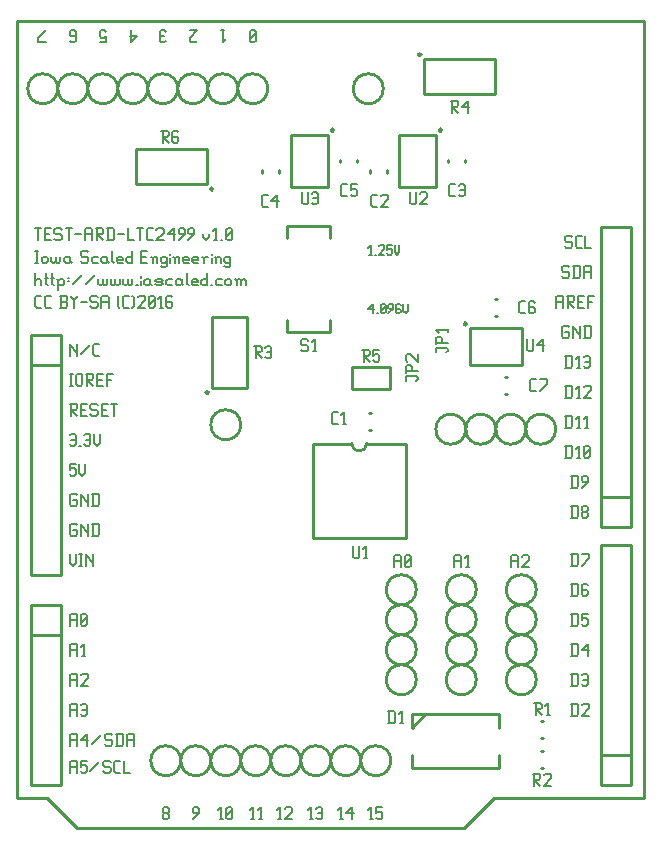
<source format=gbr>
G04 start of page 9 for group -4079 idx -4079 *
G04 Title: (unknown), topsilk *
G04 Creator: pcb 20140316 *
G04 CreationDate: Mon 26 Dec 2016 03:50:00 AM GMT UTC *
G04 For: railfan *
G04 Format: Gerber/RS-274X *
G04 PCB-Dimensions (mil): 2100.00 2700.00 *
G04 PCB-Coordinate-Origin: lower left *
%MOIN*%
%FSLAX25Y25*%
%LNTOPSILK*%
%ADD71C,0.0080*%
%ADD70C,0.0100*%
G54D70*X500Y269500D02*X209500D01*
Y10500D01*
X159500D02*X149500Y500D01*
X209500Y10500D02*X159500D01*
X149500Y500D02*X20500D01*
X500Y10500D02*X10500D01*
X20500Y500D02*X10500Y10500D01*
X500D02*Y269500D01*
G54D71*X185500Y52000D02*Y48000D01*
X187000Y52000D02*X187500Y51500D01*
Y48500D01*
X187000Y48000D02*X187500Y48500D01*
X185000Y48000D02*X187000D01*
X185000Y52000D02*X187000D01*
X188700Y51500D02*X189200Y52000D01*
X190200D01*
X190700Y51500D01*
Y48500D01*
X190200Y48000D02*X190700Y48500D01*
X189200Y48000D02*X190200D01*
X188700Y48500D02*X189200Y48000D01*
Y50000D02*X190700D01*
X185500Y62000D02*Y58000D01*
X187000Y62000D02*X187500Y61500D01*
Y58500D01*
X187000Y58000D02*X187500Y58500D01*
X185000Y58000D02*X187000D01*
X185000Y62000D02*X187000D01*
X188700Y60000D02*X190700Y62000D01*
X188700Y60000D02*X191200D01*
X190700Y62000D02*Y58000D01*
X185500Y42000D02*Y38000D01*
X187000Y42000D02*X187500Y41500D01*
Y38500D01*
X187000Y38000D02*X187500Y38500D01*
X185000Y38000D02*X187000D01*
X185000Y42000D02*X187000D01*
X188700Y41500D02*X189200Y42000D01*
X190700D01*
X191200Y41500D01*
Y40500D01*
X188700Y38000D02*X191200Y40500D01*
X188700Y38000D02*X191200D01*
X185500Y108000D02*Y104000D01*
X187000Y108000D02*X187500Y107500D01*
Y104500D01*
X187000Y104000D02*X187500Y104500D01*
X185000Y104000D02*X187000D01*
X185000Y108000D02*X187000D01*
X188700Y104500D02*X189200Y104000D01*
X188700Y105500D02*Y104500D01*
Y105500D02*X189200Y106000D01*
X190200D01*
X190700Y105500D01*
Y104500D01*
X190200Y104000D02*X190700Y104500D01*
X189200Y104000D02*X190200D01*
X188700Y106500D02*X189200Y106000D01*
X188700Y107500D02*Y106500D01*
Y107500D02*X189200Y108000D01*
X190200D01*
X190700Y107500D01*
Y106500D01*
X190200Y106000D02*X190700Y106500D01*
X183500Y138000D02*Y134000D01*
X185000Y138000D02*X185500Y137500D01*
Y134500D01*
X185000Y134000D02*X185500Y134500D01*
X183000Y134000D02*X185000D01*
X183000Y138000D02*X185000D01*
X187200Y134000D02*X188200D01*
X187700Y138000D02*Y134000D01*
X186700Y137000D02*X187700Y138000D01*
X189900Y134000D02*X190900D01*
X190400Y138000D02*Y134000D01*
X189400Y137000D02*X190400Y138000D01*
X183500Y128000D02*Y124000D01*
X185000Y128000D02*X185500Y127500D01*
Y124500D01*
X185000Y124000D02*X185500Y124500D01*
X183000Y124000D02*X185000D01*
X183000Y128000D02*X185000D01*
X187200Y124000D02*X188200D01*
X187700Y128000D02*Y124000D01*
X186700Y127000D02*X187700Y128000D01*
X189400Y124500D02*X189900Y124000D01*
X189400Y127500D02*Y124500D01*
Y127500D02*X189900Y128000D01*
X190900D01*
X191400Y127500D01*
Y124500D01*
X190900Y124000D02*X191400Y124500D01*
X189900Y124000D02*X190900D01*
X189400Y125000D02*X191400Y127000D01*
X185500Y118000D02*Y114000D01*
X187000Y118000D02*X187500Y117500D01*
Y114500D01*
X187000Y114000D02*X187500Y114500D01*
X185000Y114000D02*X187000D01*
X185000Y118000D02*X187000D01*
X188700Y114000D02*X190700Y116000D01*
Y117500D02*Y116000D01*
X190200Y118000D02*X190700Y117500D01*
X189200Y118000D02*X190200D01*
X188700Y117500D02*X189200Y118000D01*
X188700Y117500D02*Y116500D01*
X189200Y116000D01*
X190700D01*
X184000Y168000D02*X184500Y167500D01*
X182500Y168000D02*X184000D01*
X182000Y167500D02*X182500Y168000D01*
X182000Y167500D02*Y164500D01*
X182500Y164000D01*
X184000D01*
X184500Y164500D01*
Y165500D02*Y164500D01*
X184000Y166000D02*X184500Y165500D01*
X183000Y166000D02*X184000D01*
X185700Y168000D02*Y164000D01*
Y168000D02*Y167500D01*
X188200Y165000D01*
Y168000D02*Y164000D01*
X189900Y168000D02*Y164000D01*
X191400Y168000D02*X191900Y167500D01*
Y164500D01*
X191400Y164000D02*X191900Y164500D01*
X189400Y164000D02*X191400D01*
X189400Y168000D02*X191400D01*
X183500Y158000D02*Y154000D01*
X185000Y158000D02*X185500Y157500D01*
Y154500D01*
X185000Y154000D02*X185500Y154500D01*
X183000Y154000D02*X185000D01*
X183000Y158000D02*X185000D01*
X187200Y154000D02*X188200D01*
X187700Y158000D02*Y154000D01*
X186700Y157000D02*X187700Y158000D01*
X189400Y157500D02*X189900Y158000D01*
X190900D01*
X191400Y157500D01*
Y154500D01*
X190900Y154000D02*X191400Y154500D01*
X189900Y154000D02*X190900D01*
X189400Y154500D02*X189900Y154000D01*
Y156000D02*X191400D01*
X183500Y148000D02*Y144000D01*
X185000Y148000D02*X185500Y147500D01*
Y144500D01*
X185000Y144000D02*X185500Y144500D01*
X183000Y144000D02*X185000D01*
X183000Y148000D02*X185000D01*
X187200Y144000D02*X188200D01*
X187700Y148000D02*Y144000D01*
X186700Y147000D02*X187700Y148000D01*
X189400Y147500D02*X189900Y148000D01*
X191400D01*
X191900Y147500D01*
Y146500D01*
X189400Y144000D02*X191900Y146500D01*
X189400Y144000D02*X191900D01*
X184000Y188000D02*X184500Y187500D01*
X182500Y188000D02*X184000D01*
X182000Y187500D02*X182500Y188000D01*
X182000Y187500D02*Y186500D01*
X182500Y186000D01*
X184000D01*
X184500Y185500D01*
Y184500D01*
X184000Y184000D02*X184500Y184500D01*
X182500Y184000D02*X184000D01*
X182000Y184500D02*X182500Y184000D01*
X186200Y188000D02*Y184000D01*
X187700Y188000D02*X188200Y187500D01*
Y184500D01*
X187700Y184000D02*X188200Y184500D01*
X185700Y184000D02*X187700D01*
X185700Y188000D02*X187700D01*
X189400Y187500D02*Y184000D01*
Y187500D02*X189900Y188000D01*
X191400D01*
X191900Y187500D01*
Y184000D01*
X189400Y186000D02*X191900D01*
X185000Y198000D02*X185500Y197500D01*
X183500Y198000D02*X185000D01*
X183000Y197500D02*X183500Y198000D01*
X183000Y197500D02*Y196500D01*
X183500Y196000D01*
X185000D01*
X185500Y195500D01*
Y194500D01*
X185000Y194000D02*X185500Y194500D01*
X183500Y194000D02*X185000D01*
X183000Y194500D02*X183500Y194000D01*
X187200D02*X188700D01*
X186700Y194500D02*X187200Y194000D01*
X186700Y197500D02*Y194500D01*
Y197500D02*X187200Y198000D01*
X188700D01*
X189900D02*Y194000D01*
X191900D01*
X180000Y177500D02*Y174000D01*
Y177500D02*X180500Y178000D01*
X182000D01*
X182500Y177500D01*
Y174000D01*
X180000Y176000D02*X182500D01*
X183700Y178000D02*X185700D01*
X186200Y177500D01*
Y176500D01*
X185700Y176000D02*X186200Y176500D01*
X184200Y176000D02*X185700D01*
X184200Y178000D02*Y174000D01*
Y176000D02*X186200Y174000D01*
X187400Y176000D02*X188900D01*
X187400Y174000D02*X189400D01*
X187400Y178000D02*Y174000D01*
Y178000D02*X189400D01*
X190600D02*Y174000D01*
Y178000D02*X192600D01*
X190600Y176000D02*X192100D01*
X117500Y173660D02*X119060Y175220D01*
X117500Y173660D02*X119450D01*
X119060Y175220D02*Y172100D01*
X120386D02*X120776D01*
X121712Y172490D02*X122102Y172100D01*
X121712Y174830D02*Y172490D01*
Y174830D02*X122102Y175220D01*
X122882D01*
X123272Y174830D01*
Y172490D01*
X122882Y172100D02*X123272Y172490D01*
X122102Y172100D02*X122882D01*
X121712Y172880D02*X123272Y174440D01*
X124208Y172100D02*X125768Y173660D01*
Y174830D02*Y173660D01*
X125378Y175220D02*X125768Y174830D01*
X124598Y175220D02*X125378D01*
X124208Y174830D02*X124598Y175220D01*
X124208Y174830D02*Y174050D01*
X124598Y173660D01*
X125768D01*
X127874Y175220D02*X128264Y174830D01*
X127094Y175220D02*X127874D01*
X126704Y174830D02*X127094Y175220D01*
X126704Y174830D02*Y172490D01*
X127094Y172100D01*
X127874Y173660D02*X128264Y173270D01*
X126704Y173660D02*X127874D01*
X127094Y172100D02*X127874D01*
X128264Y172490D01*
Y173270D02*Y172490D01*
X129200Y175220D02*Y172880D01*
X129980Y172100D01*
X130760Y172880D01*
Y175220D02*Y172880D01*
X117890Y191700D02*X118670D01*
X118280Y194820D02*Y191700D01*
X117500Y194040D02*X118280Y194820D01*
X119606Y191700D02*X119996D01*
X120932Y194430D02*X121322Y194820D01*
X122492D01*
X122882Y194430D01*
Y193650D01*
X120932Y191700D02*X122882Y193650D01*
X120932Y191700D02*X122882D01*
X123818Y194820D02*X125378D01*
X123818D02*Y193260D01*
X124208Y193650D01*
X124988D01*
X125378Y193260D01*
Y192090D01*
X124988Y191700D02*X125378Y192090D01*
X124208Y191700D02*X124988D01*
X123818Y192090D02*X124208Y191700D01*
X126314Y194820D02*Y192480D01*
X127094Y191700D01*
X127874Y192480D01*
Y194820D02*Y192480D01*
X185500Y92000D02*Y88000D01*
X187000Y92000D02*X187500Y91500D01*
Y88500D01*
X187000Y88000D02*X187500Y88500D01*
X185000Y88000D02*X187000D01*
X185000Y92000D02*X187000D01*
X188700Y88000D02*X191200Y90500D01*
Y92000D02*Y90500D01*
X188700Y92000D02*X191200D01*
X18000D02*Y89000D01*
X19000Y88000D01*
X20000Y89000D01*
Y92000D02*Y89000D01*
X21200Y92000D02*X22200D01*
X21700D02*Y88000D01*
X21200D02*X22200D01*
X23400Y92000D02*Y88000D01*
Y92000D02*Y91500D01*
X25900Y89000D01*
Y92000D02*Y88000D01*
X185500Y72000D02*Y68000D01*
X187000Y72000D02*X187500Y71500D01*
Y68500D01*
X187000Y68000D02*X187500Y68500D01*
X185000Y68000D02*X187000D01*
X185000Y72000D02*X187000D01*
X188700D02*X190700D01*
X188700D02*Y70000D01*
X189200Y70500D01*
X190200D01*
X190700Y70000D01*
Y68500D01*
X190200Y68000D02*X190700Y68500D01*
X189200Y68000D02*X190200D01*
X188700Y68500D02*X189200Y68000D01*
X18000Y71500D02*Y68000D01*
Y71500D02*X18500Y72000D01*
X20000D01*
X20500Y71500D01*
Y68000D01*
X18000Y70000D02*X20500D01*
X21700Y68500D02*X22200Y68000D01*
X21700Y71500D02*Y68500D01*
Y71500D02*X22200Y72000D01*
X23200D01*
X23700Y71500D01*
Y68500D01*
X23200Y68000D02*X23700Y68500D01*
X22200Y68000D02*X23200D01*
X21700Y69000D02*X23700Y71000D01*
X126000Y91000D02*Y87500D01*
Y91000D02*X126500Y91500D01*
X128000D01*
X128500Y91000D01*
Y87500D01*
X126000Y89500D02*X128500D01*
X129700Y88000D02*X130200Y87500D01*
X129700Y91000D02*Y88000D01*
Y91000D02*X130200Y91500D01*
X131200D01*
X131700Y91000D01*
Y88000D01*
X131200Y87500D02*X131700Y88000D01*
X130200Y87500D02*X131200D01*
X129700Y88500D02*X131700Y90500D01*
X146000Y91000D02*Y87500D01*
Y91000D02*X146500Y91500D01*
X148000D01*
X148500Y91000D01*
Y87500D01*
X146000Y89500D02*X148500D01*
X150200Y87500D02*X151200D01*
X150700Y91500D02*Y87500D01*
X149700Y90500D02*X150700Y91500D01*
X165000Y91000D02*Y87500D01*
Y91000D02*X165500Y91500D01*
X167000D01*
X167500Y91000D01*
Y87500D01*
X165000Y89500D02*X167500D01*
X168700Y91000D02*X169200Y91500D01*
X170700D01*
X171200Y91000D01*
Y90000D01*
X168700Y87500D02*X171200Y90000D01*
X168700Y87500D02*X171200D01*
X185500Y82000D02*Y78000D01*
X187000Y82000D02*X187500Y81500D01*
Y78500D01*
X187000Y78000D02*X187500Y78500D01*
X185000Y78000D02*X187000D01*
X185000Y82000D02*X187000D01*
X190200D02*X190700Y81500D01*
X189200Y82000D02*X190200D01*
X188700Y81500D02*X189200Y82000D01*
X188700Y81500D02*Y78500D01*
X189200Y78000D01*
X190200Y80000D02*X190700Y79500D01*
X188700Y80000D02*X190200D01*
X189200Y78000D02*X190200D01*
X190700Y78500D01*
Y79500D02*Y78500D01*
X18000Y22500D02*Y19000D01*
Y22500D02*X18500Y23000D01*
X20000D01*
X20500Y22500D01*
Y19000D01*
X18000Y21000D02*X20500D01*
X21700Y23000D02*X23700D01*
X21700D02*Y21000D01*
X22200Y21500D01*
X23200D01*
X23700Y21000D01*
Y19500D01*
X23200Y19000D02*X23700Y19500D01*
X22200Y19000D02*X23200D01*
X21700Y19500D02*X22200Y19000D01*
X24900Y19500D02*X27900Y22500D01*
X31100Y23000D02*X31600Y22500D01*
X29600Y23000D02*X31100D01*
X29100Y22500D02*X29600Y23000D01*
X29100Y22500D02*Y21500D01*
X29600Y21000D01*
X31100D01*
X31600Y20500D01*
Y19500D01*
X31100Y19000D02*X31600Y19500D01*
X29600Y19000D02*X31100D01*
X29100Y19500D02*X29600Y19000D01*
X33300D02*X34800D01*
X32800Y19500D02*X33300Y19000D01*
X32800Y22500D02*Y19500D01*
Y22500D02*X33300Y23000D01*
X34800D01*
X36000D02*Y19000D01*
X38000D01*
X18000Y31500D02*Y28000D01*
Y31500D02*X18500Y32000D01*
X20000D01*
X20500Y31500D01*
Y28000D01*
X18000Y30000D02*X20500D01*
X21700D02*X23700Y32000D01*
X21700Y30000D02*X24200D01*
X23700Y32000D02*Y28000D01*
X25400Y28500D02*X28400Y31500D01*
X31600Y32000D02*X32100Y31500D01*
X30100Y32000D02*X31600D01*
X29600Y31500D02*X30100Y32000D01*
X29600Y31500D02*Y30500D01*
X30100Y30000D01*
X31600D01*
X32100Y29500D01*
Y28500D01*
X31600Y28000D02*X32100Y28500D01*
X30100Y28000D02*X31600D01*
X29600Y28500D02*X30100Y28000D01*
X33800Y32000D02*Y28000D01*
X35300Y32000D02*X35800Y31500D01*
Y28500D01*
X35300Y28000D02*X35800Y28500D01*
X33300Y28000D02*X35300D01*
X33300Y32000D02*X35300D01*
X37000Y31500D02*Y28000D01*
Y31500D02*X37500Y32000D01*
X39000D01*
X39500Y31500D01*
Y28000D01*
X37000Y30000D02*X39500D01*
X18000Y41500D02*Y38000D01*
Y41500D02*X18500Y42000D01*
X20000D01*
X20500Y41500D01*
Y38000D01*
X18000Y40000D02*X20500D01*
X21700Y41500D02*X22200Y42000D01*
X23200D01*
X23700Y41500D01*
Y38500D01*
X23200Y38000D02*X23700Y38500D01*
X22200Y38000D02*X23200D01*
X21700Y38500D02*X22200Y38000D01*
Y40000D02*X23700D01*
X18000Y51500D02*Y48000D01*
Y51500D02*X18500Y52000D01*
X20000D01*
X20500Y51500D01*
Y48000D01*
X18000Y50000D02*X20500D01*
X21700Y51500D02*X22200Y52000D01*
X23700D01*
X24200Y51500D01*
Y50500D01*
X21700Y48000D02*X24200Y50500D01*
X21700Y48000D02*X24200D01*
X18000Y61500D02*Y58000D01*
Y61500D02*X18500Y62000D01*
X20000D01*
X20500Y61500D01*
Y58000D01*
X18000Y60000D02*X20500D01*
X22200Y58000D02*X23200D01*
X22700Y62000D02*Y58000D01*
X21700Y61000D02*X22700Y62000D01*
X49000Y4000D02*X49500Y3500D01*
X49000Y5000D02*Y4000D01*
Y5000D02*X49500Y5500D01*
X50500D01*
X51000Y5000D01*
Y4000D01*
X50500Y3500D02*X51000Y4000D01*
X49500Y3500D02*X50500D01*
X49000Y6000D02*X49500Y5500D01*
X49000Y7000D02*Y6000D01*
Y7000D02*X49500Y7500D01*
X50500D01*
X51000Y7000D01*
Y6000D01*
X50500Y5500D02*X51000Y6000D01*
X59000Y3500D02*X61000Y5500D01*
Y7000D02*Y5500D01*
X60500Y7500D02*X61000Y7000D01*
X59500Y7500D02*X60500D01*
X59000Y7000D02*X59500Y7500D01*
X59000Y7000D02*Y6000D01*
X59500Y5500D01*
X61000D01*
X68000Y3500D02*X69000D01*
X68500Y7500D02*Y3500D01*
X67500Y6500D02*X68500Y7500D01*
X70200Y4000D02*X70700Y3500D01*
X70200Y7000D02*Y4000D01*
Y7000D02*X70700Y7500D01*
X71700D01*
X72200Y7000D01*
Y4000D01*
X71700Y3500D02*X72200Y4000D01*
X70700Y3500D02*X71700D01*
X70200Y4500D02*X72200Y6500D01*
X78500Y3500D02*X79500D01*
X79000Y7500D02*Y3500D01*
X78000Y6500D02*X79000Y7500D01*
X81200Y3500D02*X82200D01*
X81700Y7500D02*Y3500D01*
X80700Y6500D02*X81700Y7500D01*
X87500Y3500D02*X88500D01*
X88000Y7500D02*Y3500D01*
X87000Y6500D02*X88000Y7500D01*
X89700Y7000D02*X90200Y7500D01*
X91700D01*
X92200Y7000D01*
Y6000D01*
X89700Y3500D02*X92200Y6000D01*
X89700Y3500D02*X92200D01*
X98000D02*X99000D01*
X98500Y7500D02*Y3500D01*
X97500Y6500D02*X98500Y7500D01*
X100200Y7000D02*X100700Y7500D01*
X101700D01*
X102200Y7000D01*
Y4000D01*
X101700Y3500D02*X102200Y4000D01*
X100700Y3500D02*X101700D01*
X100200Y4000D02*X100700Y3500D01*
Y5500D02*X102200D01*
X108000Y3500D02*X109000D01*
X108500Y7500D02*Y3500D01*
X107500Y6500D02*X108500Y7500D01*
X110200Y5500D02*X112200Y7500D01*
X110200Y5500D02*X112700D01*
X112200Y7500D02*Y3500D01*
X118000D02*X119000D01*
X118500Y7500D02*Y3500D01*
X117500Y6500D02*X118500Y7500D01*
X120200D02*X122200D01*
X120200D02*Y5500D01*
X120700Y6000D01*
X121700D01*
X122200Y5500D01*
Y4000D01*
X121700Y3500D02*X122200Y4000D01*
X120700Y3500D02*X121700D01*
X120200Y4000D02*X120700Y3500D01*
X18000Y122000D02*X20000D01*
X18000D02*Y120000D01*
X18500Y120500D01*
X19500D01*
X20000Y120000D01*
Y118500D01*
X19500Y118000D02*X20000Y118500D01*
X18500Y118000D02*X19500D01*
X18000Y118500D02*X18500Y118000D01*
X21200Y122000D02*Y119000D01*
X22200Y118000D01*
X23200Y119000D01*
Y122000D02*Y119000D01*
X18000Y131500D02*X18500Y132000D01*
X19500D01*
X20000Y131500D01*
Y128500D01*
X19500Y128000D02*X20000Y128500D01*
X18500Y128000D02*X19500D01*
X18000Y128500D02*X18500Y128000D01*
Y130000D02*X20000D01*
X21200Y128000D02*X21700D01*
X22900Y131500D02*X23400Y132000D01*
X24400D01*
X24900Y131500D01*
Y128500D01*
X24400Y128000D02*X24900Y128500D01*
X23400Y128000D02*X24400D01*
X22900Y128500D02*X23400Y128000D01*
Y130000D02*X24900D01*
X26100Y132000D02*Y129000D01*
X27100Y128000D01*
X28100Y129000D01*
Y132000D02*Y129000D01*
X20000Y102000D02*X20500Y101500D01*
X18500Y102000D02*X20000D01*
X18000Y101500D02*X18500Y102000D01*
X18000Y101500D02*Y98500D01*
X18500Y98000D01*
X20000D01*
X20500Y98500D01*
Y99500D02*Y98500D01*
X20000Y100000D02*X20500Y99500D01*
X19000Y100000D02*X20000D01*
X21700Y102000D02*Y98000D01*
Y102000D02*Y101500D01*
X24200Y99000D01*
Y102000D02*Y98000D01*
X25900Y102000D02*Y98000D01*
X27400Y102000D02*X27900Y101500D01*
Y98500D01*
X27400Y98000D02*X27900Y98500D01*
X25400Y98000D02*X27400D01*
X25400Y102000D02*X27400D01*
X20000Y112000D02*X20500Y111500D01*
X18500Y112000D02*X20000D01*
X18000Y111500D02*X18500Y112000D01*
X18000Y111500D02*Y108500D01*
X18500Y108000D01*
X20000D01*
X20500Y108500D01*
Y109500D02*Y108500D01*
X20000Y110000D02*X20500Y109500D01*
X19000Y110000D02*X20000D01*
X21700Y112000D02*Y108000D01*
Y112000D02*Y111500D01*
X24200Y109000D01*
Y112000D02*Y108000D01*
X25900Y112000D02*Y108000D01*
X27400Y112000D02*X27900Y111500D01*
Y108500D01*
X27400Y108000D02*X27900Y108500D01*
X25400Y108000D02*X27400D01*
X25400Y112000D02*X27400D01*
X18000Y152000D02*X19000D01*
X18500D02*Y148000D01*
X18000D02*X19000D01*
X20200Y151500D02*Y148500D01*
Y151500D02*X20700Y152000D01*
X21700D01*
X22200Y151500D01*
Y148500D01*
X21700Y148000D02*X22200Y148500D01*
X20700Y148000D02*X21700D01*
X20200Y148500D02*X20700Y148000D01*
X23400Y152000D02*X25400D01*
X25900Y151500D01*
Y150500D01*
X25400Y150000D02*X25900Y150500D01*
X23900Y150000D02*X25400D01*
X23900Y152000D02*Y148000D01*
Y150000D02*X25900Y148000D01*
X27100Y150000D02*X28600D01*
X27100Y148000D02*X29100D01*
X27100Y152000D02*Y148000D01*
Y152000D02*X29100D01*
X30300D02*Y148000D01*
Y152000D02*X32300D01*
X30300Y150000D02*X31800D01*
X18000Y142000D02*X20000D01*
X20500Y141500D01*
Y140500D01*
X20000Y140000D02*X20500Y140500D01*
X18500Y140000D02*X20000D01*
X18500Y142000D02*Y138000D01*
Y140000D02*X20500Y138000D01*
X21700Y140000D02*X23200D01*
X21700Y138000D02*X23700D01*
X21700Y142000D02*Y138000D01*
Y142000D02*X23700D01*
X26900D02*X27400Y141500D01*
X25400Y142000D02*X26900D01*
X24900Y141500D02*X25400Y142000D01*
X24900Y141500D02*Y140500D01*
X25400Y140000D01*
X26900D01*
X27400Y139500D01*
Y138500D01*
X26900Y138000D02*X27400Y138500D01*
X25400Y138000D02*X26900D01*
X24900Y138500D02*X25400Y138000D01*
X28600Y140000D02*X30100D01*
X28600Y138000D02*X30600D01*
X28600Y142000D02*Y138000D01*
Y142000D02*X30600D01*
X31800D02*X33800D01*
X32800D02*Y138000D01*
X18000Y162000D02*Y158000D01*
Y162000D02*Y161500D01*
X20500Y159000D01*
Y162000D02*Y158000D01*
X21700Y158500D02*X24700Y161500D01*
X26400Y158000D02*X27900D01*
X25900Y158500D02*X26400Y158000D01*
X25900Y161500D02*Y158500D01*
Y161500D02*X26400Y162000D01*
X27900D01*
X80000Y266000D02*X79500Y266500D01*
X80000Y266000D02*Y263000D01*
X79500Y262500D01*
X78500D02*X79500D01*
X78500D02*X78000Y263000D01*
Y266000D02*Y263000D01*
X78500Y266500D02*X78000Y266000D01*
X78500Y266500D02*X79500D01*
X80000Y265500D02*X78000Y263500D01*
X68500Y266500D02*X69500D01*
X69000D02*Y262500D01*
X70000Y263500D02*X69000Y262500D01*
X60500Y263000D02*X60000Y262500D01*
X58500D02*X60000D01*
X58500D02*X58000Y263000D01*
Y264000D02*Y263000D01*
X60500Y266500D02*X58000Y264000D01*
Y266500D02*X60500D01*
X50000Y263000D02*X49500Y262500D01*
X48500D02*X49500D01*
X48500D02*X48000Y263000D01*
Y266000D02*Y263000D01*
X48500Y266500D02*X48000Y266000D01*
X48500Y266500D02*X49500D01*
X50000Y266000D02*X49500Y266500D01*
X48000Y264500D02*X49500D01*
X40500D02*X38500Y262500D01*
X38000Y264500D02*X40500D01*
X38500Y266500D02*Y262500D01*
X28000D02*X30000D01*
Y264500D02*Y262500D01*
Y264500D02*X29500Y264000D01*
X28500D02*X29500D01*
X28500D02*X28000Y264500D01*
Y266000D02*Y264500D01*
X28500Y266500D02*X28000Y266000D01*
X28500Y266500D02*X29500D01*
X30000Y266000D02*X29500Y266500D01*
X18500Y262500D02*X18000Y263000D01*
X18500Y262500D02*X19500D01*
X20000Y263000D02*X19500Y262500D01*
X20000Y266000D02*Y263000D01*
Y266000D02*X19500Y266500D01*
X18500Y264500D02*X18000Y265000D01*
X18500Y264500D02*X20000D01*
X18500Y266500D02*X19500D01*
X18500D02*X18000Y266000D01*
Y265000D01*
X10000Y266500D02*X7500Y264000D01*
Y262500D01*
X10000D01*
X6500Y200500D02*X8500D01*
X7500D02*Y196500D01*
X9700Y198500D02*X11200D01*
X9700Y196500D02*X11700D01*
X9700Y200500D02*Y196500D01*
Y200500D02*X11700D01*
X14900D02*X15400Y200000D01*
X13400Y200500D02*X14900D01*
X12900Y200000D02*X13400Y200500D01*
X12900Y200000D02*Y199000D01*
X13400Y198500D01*
X14900D01*
X15400Y198000D01*
Y197000D01*
X14900Y196500D02*X15400Y197000D01*
X13400Y196500D02*X14900D01*
X12900Y197000D02*X13400Y196500D01*
X16600Y200500D02*X18600D01*
X17600D02*Y196500D01*
X19800Y198500D02*X21800D01*
X23000Y200000D02*Y196500D01*
Y200000D02*X23500Y200500D01*
X25000D01*
X25500Y200000D01*
Y196500D01*
X23000Y198500D02*X25500D01*
X26700Y200500D02*X28700D01*
X29200Y200000D01*
Y199000D01*
X28700Y198500D02*X29200Y199000D01*
X27200Y198500D02*X28700D01*
X27200Y200500D02*Y196500D01*
Y198500D02*X29200Y196500D01*
X30900Y200500D02*Y196500D01*
X32400Y200500D02*X32900Y200000D01*
Y197000D01*
X32400Y196500D02*X32900Y197000D01*
X30400Y196500D02*X32400D01*
X30400Y200500D02*X32400D01*
X34100Y198500D02*X36100D01*
X37300Y200500D02*Y196500D01*
X39300D01*
X40500Y200500D02*X42500D01*
X41500D02*Y196500D01*
X44200D02*X45700D01*
X43700Y197000D02*X44200Y196500D01*
X43700Y200000D02*Y197000D01*
Y200000D02*X44200Y200500D01*
X45700D01*
X46900Y200000D02*X47400Y200500D01*
X48900D01*
X49400Y200000D01*
Y199000D01*
X46900Y196500D02*X49400Y199000D01*
X46900Y196500D02*X49400D01*
X50600Y198500D02*X52600Y200500D01*
X50600Y198500D02*X53100D01*
X52600Y200500D02*Y196500D01*
X54300D02*X56300Y198500D01*
Y200000D02*Y198500D01*
X55800Y200500D02*X56300Y200000D01*
X54800Y200500D02*X55800D01*
X54300Y200000D02*X54800Y200500D01*
X54300Y200000D02*Y199000D01*
X54800Y198500D01*
X56300D01*
X57500Y196500D02*X59500Y198500D01*
Y200000D02*Y198500D01*
X59000Y200500D02*X59500Y200000D01*
X58000Y200500D02*X59000D01*
X57500Y200000D02*X58000Y200500D01*
X57500Y200000D02*Y199000D01*
X58000Y198500D01*
X59500D01*
X62500D02*Y197500D01*
X63500Y196500D01*
X64500Y197500D01*
Y198500D02*Y197500D01*
X66200Y196500D02*X67200D01*
X66700Y200500D02*Y196500D01*
X65700Y199500D02*X66700Y200500D01*
X68400Y196500D02*X68900D01*
X70100Y197000D02*X70600Y196500D01*
X70100Y200000D02*Y197000D01*
Y200000D02*X70600Y200500D01*
X71600D01*
X72100Y200000D01*
Y197000D01*
X71600Y196500D02*X72100Y197000D01*
X70600Y196500D02*X71600D01*
X70100Y197500D02*X72100Y199500D01*
X6500Y193000D02*X7500D01*
X7000D02*Y189000D01*
X6500D02*X7500D01*
X8700Y190500D02*Y189500D01*
Y190500D02*X9200Y191000D01*
X10200D01*
X10700Y190500D01*
Y189500D01*
X10200Y189000D02*X10700Y189500D01*
X9200Y189000D02*X10200D01*
X8700Y189500D02*X9200Y189000D01*
X11900Y191000D02*Y189500D01*
X12400Y189000D01*
X12900D01*
X13400Y189500D01*
Y191000D02*Y189500D01*
X13900Y189000D01*
X14400D01*
X14900Y189500D01*
Y191000D02*Y189500D01*
X17600Y191000D02*X18100Y190500D01*
X16600Y191000D02*X17600D01*
X16100Y190500D02*X16600Y191000D01*
X16100Y190500D02*Y189500D01*
X16600Y189000D01*
X18100Y191000D02*Y189500D01*
X18600Y189000D01*
X16600D02*X17600D01*
X18100Y189500D01*
X23600Y193000D02*X24100Y192500D01*
X22100Y193000D02*X23600D01*
X21600Y192500D02*X22100Y193000D01*
X21600Y192500D02*Y191500D01*
X22100Y191000D01*
X23600D01*
X24100Y190500D01*
Y189500D01*
X23600Y189000D02*X24100Y189500D01*
X22100Y189000D02*X23600D01*
X21600Y189500D02*X22100Y189000D01*
X25800Y191000D02*X27300D01*
X25300Y190500D02*X25800Y191000D01*
X25300Y190500D02*Y189500D01*
X25800Y189000D01*
X27300D01*
X30000Y191000D02*X30500Y190500D01*
X29000Y191000D02*X30000D01*
X28500Y190500D02*X29000Y191000D01*
X28500Y190500D02*Y189500D01*
X29000Y189000D01*
X30500Y191000D02*Y189500D01*
X31000Y189000D01*
X29000D02*X30000D01*
X30500Y189500D01*
X32200Y193000D02*Y189500D01*
X32700Y189000D01*
X34200D02*X35700D01*
X33700Y189500D02*X34200Y189000D01*
X33700Y190500D02*Y189500D01*
Y190500D02*X34200Y191000D01*
X35200D01*
X35700Y190500D01*
X33700Y190000D02*X35700D01*
Y190500D02*Y190000D01*
X38900Y193000D02*Y189000D01*
X38400D02*X38900Y189500D01*
X37400Y189000D02*X38400D01*
X36900Y189500D02*X37400Y189000D01*
X36900Y190500D02*Y189500D01*
Y190500D02*X37400Y191000D01*
X38400D01*
X38900Y190500D01*
X41900Y191000D02*X43400D01*
X41900Y189000D02*X43900D01*
X41900Y193000D02*Y189000D01*
Y193000D02*X43900D01*
X45600Y190500D02*Y189000D01*
Y190500D02*X46100Y191000D01*
X46600D01*
X47100Y190500D01*
Y189000D01*
X45100Y191000D02*X45600Y190500D01*
X49800Y191000D02*X50300Y190500D01*
X48800Y191000D02*X49800D01*
X48300Y190500D02*X48800Y191000D01*
X48300Y190500D02*Y189500D01*
X48800Y189000D01*
X49800D01*
X50300Y189500D01*
X48300Y188000D02*X48800Y187500D01*
X49800D01*
X50300Y188000D01*
Y191000D02*Y188000D01*
X51500Y192000D02*Y191500D01*
Y190500D02*Y189000D01*
X53000Y190500D02*Y189000D01*
Y190500D02*X53500Y191000D01*
X54000D01*
X54500Y190500D01*
Y189000D01*
X52500Y191000D02*X53000Y190500D01*
X56200Y189000D02*X57700D01*
X55700Y189500D02*X56200Y189000D01*
X55700Y190500D02*Y189500D01*
Y190500D02*X56200Y191000D01*
X57200D01*
X57700Y190500D01*
X55700Y190000D02*X57700D01*
Y190500D02*Y190000D01*
X59400Y189000D02*X60900D01*
X58900Y189500D02*X59400Y189000D01*
X58900Y190500D02*Y189500D01*
Y190500D02*X59400Y191000D01*
X60400D01*
X60900Y190500D01*
X58900Y190000D02*X60900D01*
Y190500D02*Y190000D01*
X62600Y190500D02*Y189000D01*
Y190500D02*X63100Y191000D01*
X64100D01*
X62100D02*X62600Y190500D01*
X65300Y192000D02*Y191500D01*
Y190500D02*Y189000D01*
X66800Y190500D02*Y189000D01*
Y190500D02*X67300Y191000D01*
X67800D01*
X68300Y190500D01*
Y189000D01*
X66300Y191000D02*X66800Y190500D01*
X71000Y191000D02*X71500Y190500D01*
X70000Y191000D02*X71000D01*
X69500Y190500D02*X70000Y191000D01*
X69500Y190500D02*Y189500D01*
X70000Y189000D01*
X71000D01*
X71500Y189500D01*
X69500Y188000D02*X70000Y187500D01*
X71000D01*
X71500Y188000D01*
Y191000D02*Y188000D01*
X6500Y185500D02*Y181500D01*
Y183000D02*X7000Y183500D01*
X8000D01*
X8500Y183000D01*
Y181500D01*
X10200Y185500D02*Y182000D01*
X10700Y181500D01*
X9700Y184000D02*X10700D01*
X12200Y185500D02*Y182000D01*
X12700Y181500D01*
X11700Y184000D02*X12700D01*
X14200Y183000D02*Y180000D01*
X13700Y183500D02*X14200Y183000D01*
X14700Y183500D01*
X15700D01*
X16200Y183000D01*
Y182000D01*
X15700Y181500D02*X16200Y182000D01*
X14700Y181500D02*X15700D01*
X14200Y182000D02*X14700Y181500D01*
X17400Y184000D02*X17900D01*
X17400Y183000D02*X17900D01*
X19100Y182000D02*X22100Y185000D01*
X23300Y182000D02*X26300Y185000D01*
X27500Y183500D02*Y182000D01*
X28000Y181500D01*
X28500D01*
X29000Y182000D01*
Y183500D02*Y182000D01*
X29500Y181500D01*
X30000D01*
X30500Y182000D01*
Y183500D02*Y182000D01*
X31700Y183500D02*Y182000D01*
X32200Y181500D01*
X32700D01*
X33200Y182000D01*
Y183500D02*Y182000D01*
X33700Y181500D01*
X34200D01*
X34700Y182000D01*
Y183500D02*Y182000D01*
X35900Y183500D02*Y182000D01*
X36400Y181500D01*
X36900D01*
X37400Y182000D01*
Y183500D02*Y182000D01*
X37900Y181500D01*
X38400D01*
X38900Y182000D01*
Y183500D02*Y182000D01*
X40100Y181500D02*X40600D01*
X41800Y184500D02*Y184000D01*
Y183000D02*Y181500D01*
X44300Y183500D02*X44800Y183000D01*
X43300Y183500D02*X44300D01*
X42800Y183000D02*X43300Y183500D01*
X42800Y183000D02*Y182000D01*
X43300Y181500D01*
X44800Y183500D02*Y182000D01*
X45300Y181500D01*
X43300D02*X44300D01*
X44800Y182000D01*
X47000Y181500D02*X48500D01*
X49000Y182000D01*
X48500Y182500D02*X49000Y182000D01*
X47000Y182500D02*X48500D01*
X46500Y183000D02*X47000Y182500D01*
X46500Y183000D02*X47000Y183500D01*
X48500D01*
X49000Y183000D01*
X46500Y182000D02*X47000Y181500D01*
X50700Y183500D02*X52200D01*
X50200Y183000D02*X50700Y183500D01*
X50200Y183000D02*Y182000D01*
X50700Y181500D01*
X52200D01*
X54900Y183500D02*X55400Y183000D01*
X53900Y183500D02*X54900D01*
X53400Y183000D02*X53900Y183500D01*
X53400Y183000D02*Y182000D01*
X53900Y181500D01*
X55400Y183500D02*Y182000D01*
X55900Y181500D01*
X53900D02*X54900D01*
X55400Y182000D01*
X57100Y185500D02*Y182000D01*
X57600Y181500D01*
X59100D02*X60600D01*
X58600Y182000D02*X59100Y181500D01*
X58600Y183000D02*Y182000D01*
Y183000D02*X59100Y183500D01*
X60100D01*
X60600Y183000D01*
X58600Y182500D02*X60600D01*
Y183000D02*Y182500D01*
X63800Y185500D02*Y181500D01*
X63300D02*X63800Y182000D01*
X62300Y181500D02*X63300D01*
X61800Y182000D02*X62300Y181500D01*
X61800Y183000D02*Y182000D01*
Y183000D02*X62300Y183500D01*
X63300D01*
X63800Y183000D01*
X65000Y181500D02*X65500D01*
X67200Y183500D02*X68700D01*
X66700Y183000D02*X67200Y183500D01*
X66700Y183000D02*Y182000D01*
X67200Y181500D01*
X68700D01*
X69900Y183000D02*Y182000D01*
Y183000D02*X70400Y183500D01*
X71400D01*
X71900Y183000D01*
Y182000D01*
X71400Y181500D02*X71900Y182000D01*
X70400Y181500D02*X71400D01*
X69900Y182000D02*X70400Y181500D01*
X73600Y183000D02*Y181500D01*
Y183000D02*X74100Y183500D01*
X74600D01*
X75100Y183000D01*
Y181500D01*
Y183000D02*X75600Y183500D01*
X76100D01*
X76600Y183000D01*
Y181500D01*
X73100Y183500D02*X73600Y183000D01*
X7000Y174000D02*X8500D01*
X6500Y174500D02*X7000Y174000D01*
X6500Y177500D02*Y174500D01*
Y177500D02*X7000Y178000D01*
X8500D01*
X10200Y174000D02*X11700D01*
X9700Y174500D02*X10200Y174000D01*
X9700Y177500D02*Y174500D01*
Y177500D02*X10200Y178000D01*
X11700D01*
X14700Y174000D02*X16700D01*
X17200Y174500D01*
Y175500D02*Y174500D01*
X16700Y176000D02*X17200Y175500D01*
X15200Y176000D02*X16700D01*
X15200Y178000D02*Y174000D01*
X14700Y178000D02*X16700D01*
X17200Y177500D01*
Y176500D01*
X16700Y176000D02*X17200Y176500D01*
X18400Y178000D02*Y177500D01*
X19400Y176500D01*
X20400Y177500D01*
Y178000D02*Y177500D01*
X19400Y176500D02*Y174000D01*
X21600Y176000D02*X23600D01*
X26800Y178000D02*X27300Y177500D01*
X25300Y178000D02*X26800D01*
X24800Y177500D02*X25300Y178000D01*
X24800Y177500D02*Y176500D01*
X25300Y176000D01*
X26800D01*
X27300Y175500D01*
Y174500D01*
X26800Y174000D02*X27300Y174500D01*
X25300Y174000D02*X26800D01*
X24800Y174500D02*X25300Y174000D01*
X28500Y177500D02*Y174000D01*
Y177500D02*X29000Y178000D01*
X30500D01*
X31000Y177500D01*
Y174000D01*
X28500Y176000D02*X31000D01*
X34000Y174500D02*X34500Y174000D01*
X34000Y177500D02*X34500Y178000D01*
X34000Y177500D02*Y174500D01*
X36200Y174000D02*X37700D01*
X35700Y174500D02*X36200Y174000D01*
X35700Y177500D02*Y174500D01*
Y177500D02*X36200Y178000D01*
X37700D01*
X38900D02*X39400Y177500D01*
Y174500D01*
X38900Y174000D02*X39400Y174500D01*
X40600Y177500D02*X41100Y178000D01*
X42600D01*
X43100Y177500D01*
Y176500D01*
X40600Y174000D02*X43100Y176500D01*
X40600Y174000D02*X43100D01*
X44300Y174500D02*X44800Y174000D01*
X44300Y177500D02*Y174500D01*
Y177500D02*X44800Y178000D01*
X45800D01*
X46300Y177500D01*
Y174500D01*
X45800Y174000D02*X46300Y174500D01*
X44800Y174000D02*X45800D01*
X44300Y175000D02*X46300Y177000D01*
X48000Y174000D02*X49000D01*
X48500Y178000D02*Y174000D01*
X47500Y177000D02*X48500Y178000D01*
X51700D02*X52200Y177500D01*
X50700Y178000D02*X51700D01*
X50200Y177500D02*X50700Y178000D01*
X50200Y177500D02*Y174500D01*
X50700Y174000D01*
X51700Y176000D02*X52200Y175500D01*
X50200Y176000D02*X51700D01*
X50700Y174000D02*X51700D01*
X52200Y174500D01*
Y175500D02*Y174500D01*
G54D70*X5000Y165000D02*Y85000D01*
X15000D01*
Y165000D01*
X5000D01*
Y155000D02*X15000D01*
Y165000D01*
X5000Y75000D02*Y15000D01*
X15000D01*
Y75000D01*
X5000D01*
Y65000D02*X15000D01*
Y75000D01*
X65000Y135000D02*G75*G03X65000Y135000I5000J0D01*G01*
X65374Y170857D02*Y147235D01*
Y170857D02*X77186D01*
Y147235D01*
X65374D02*X77186D01*
X63874Y145235D02*G75*G03X63874Y145235I0J500D01*G01*
X40189Y215094D02*X63811D01*
X40189Y226906D02*Y215094D01*
Y226906D02*X63811D01*
Y215094D01*
X65811Y213594D02*G75*G03X65811Y213594I-500J0D01*G01*
X205000Y95000D02*Y15000D01*
X195000Y95000D02*X205000D01*
X195000D02*Y15000D01*
X205000D01*
X195000Y25000D02*X205000D01*
X195000D02*Y15000D01*
X205000Y201000D02*Y101000D01*
X195000Y201000D02*X205000D01*
X195000D02*Y101000D01*
X205000D01*
X195000Y111000D02*X205000D01*
X195000D02*Y101000D01*
X170000Y133500D02*G75*G03X170000Y133500I5000J0D01*G01*
X175107Y26255D02*X175893D01*
X175107Y20745D02*X175893D01*
X175107Y36255D02*X175893D01*
X175107Y30745D02*X175893D01*
X163500Y70000D02*G75*G03X163500Y70000I5000J0D01*G01*
Y80000D02*G75*G03X163500Y80000I5000J0D01*G01*
X98934Y128724D02*Y97276D01*
X130066D01*
Y128724D01*
X98934D02*X112000D01*
X130066D02*X117000D01*
X112000D02*G75*G03X117000Y128724I2500J0D01*G01*
X163500Y60000D02*G75*G03X163500Y60000I5000J0D01*G01*
Y50000D02*G75*G03X163500Y50000I5000J0D01*G01*
X112201Y146759D02*X124799D01*
X112201Y154241D02*Y146759D01*
Y154241D02*X124799D01*
Y146759D01*
X117607Y138755D02*X118393D01*
X117607Y133245D02*X118393D01*
X79000Y242000D02*G75*G03X79000Y242000I0J5000D01*G01*
X69000D02*G75*G03X69000Y242000I0J5000D01*G01*
X59000D02*G75*G03X59000Y242000I0J5000D01*G01*
X49000D02*G75*G03X49000Y242000I0J5000D01*G01*
X39000D02*G75*G03X39000Y242000I0J5000D01*G01*
X29000D02*G75*G03X29000Y242000I0J5000D01*G01*
X19000D02*G75*G03X19000Y242000I0J5000D01*G01*
X9000D02*G75*G03X9000Y242000I0J5000D01*G01*
X123500Y70000D02*G75*G03X123500Y70000I5000J0D01*G01*
Y60000D02*G75*G03X123500Y60000I5000J0D01*G01*
Y50000D02*G75*G03X123500Y50000I5000J0D01*G01*
Y80000D02*G75*G03X123500Y80000I5000J0D01*G01*
X132000Y20500D02*X161000D01*
X132000Y38500D02*X161000D01*
Y34000D01*
Y20500D02*Y25000D01*
X132000Y38500D02*Y34000D01*
Y20500D02*Y25000D01*
X136500Y38500D02*X132000Y34000D01*
X143500Y70000D02*G75*G03X143500Y70000I5000J0D01*G01*
Y60000D02*G75*G03X143500Y60000I5000J0D01*G01*
Y80000D02*G75*G03X143500Y80000I5000J0D01*G01*
Y50000D02*G75*G03X143500Y50000I5000J0D01*G01*
X120000Y18000D02*G75*G03X120000Y18000I0J5000D01*G01*
X110000D02*G75*G03X110000Y18000I0J5000D01*G01*
X100000D02*G75*G03X100000Y18000I0J5000D01*G01*
X90000D02*G75*G03X90000Y18000I0J5000D01*G01*
X80000D02*G75*G03X80000Y18000I0J5000D01*G01*
X70000D02*G75*G03X70000Y18000I0J5000D01*G01*
X60000D02*G75*G03X60000Y18000I0J5000D01*G01*
X50000D02*G75*G03X50000Y18000I0J5000D01*G01*
X112500Y247000D02*G75*G03X112500Y247000I5000J0D01*G01*
X136189Y256906D02*X159811D01*
Y245094D01*
X136189D02*X159811D01*
X136189Y256906D02*Y245094D01*
X134189Y258406D02*G75*G03X134189Y258406I500J0D01*G01*
X140000Y133500D02*G75*G03X140000Y133500I5000J0D01*G01*
X150000D02*G75*G03X150000Y133500I5000J0D01*G01*
X160000D02*G75*G03X160000Y133500I5000J0D01*G01*
X159607Y171245D02*X160393D01*
X159607Y176755D02*X160393D01*
X151339Y167102D02*X168661D01*
Y154898D01*
X151339D01*
Y167102D01*
X149339Y168602D02*G75*G03X149339Y168602I500J0D01*G01*
X163107Y145245D02*X163893D01*
X163107Y150755D02*X163893D01*
X108245Y223350D02*Y222564D01*
X113755Y223350D02*Y222564D01*
X144245Y223350D02*Y222564D01*
X149755Y223350D02*Y222564D01*
X140102Y231618D02*Y214296D01*
X127898D02*X140102D01*
X127898Y231618D02*Y214296D01*
Y231618D02*X140102D01*
X141602Y233618D02*G75*G03X141602Y233618I0J-500D01*G01*
X118245Y219850D02*Y219064D01*
X123755Y219850D02*Y219064D01*
X104102Y231618D02*Y214296D01*
X91898D02*X104102D01*
X91898Y231618D02*Y214296D01*
Y231618D02*X104102D01*
X105602Y233618D02*G75*G03X105602Y233618I0J-500D01*G01*
X82245Y219850D02*Y219064D01*
X87755Y219850D02*Y219064D01*
X90400Y165800D02*X104600D01*
X90400Y169800D02*Y165800D01*
X104600Y169800D02*Y165800D01*
X90400Y201200D02*X104600D01*
X90400D02*Y197200D01*
X104600Y201200D02*Y197200D01*
G54D71*X112500Y94500D02*Y91000D01*
X113000Y90500D01*
X114000D01*
X114500Y91000D01*
Y94500D02*Y91000D01*
X116200Y90500D02*X117200D01*
X116700Y94500D02*Y90500D01*
X115700Y93500D02*X116700Y94500D01*
X172350Y18650D02*X174350D01*
X174850Y18150D01*
Y17150D01*
X174350Y16650D02*X174850Y17150D01*
X172850Y16650D02*X174350D01*
X172850Y18650D02*Y14650D01*
Y16650D02*X174850Y14650D01*
X176050Y18150D02*X176550Y18650D01*
X178050D01*
X178550Y18150D01*
Y17150D01*
X176050Y14650D02*X178550Y17150D01*
X176050Y14650D02*X178550D01*
X172850Y42150D02*X174850D01*
X175350Y41650D01*
Y40650D01*
X174850Y40150D02*X175350Y40650D01*
X173350Y40150D02*X174850D01*
X173350Y42150D02*Y38150D01*
Y40150D02*X175350Y38150D01*
X177050D02*X178050D01*
X177550Y42150D02*Y38150D01*
X176550Y41150D02*X177550Y42150D01*
X124500Y39500D02*Y35500D01*
X126000Y39500D02*X126500Y39000D01*
Y36000D01*
X126000Y35500D02*X126500Y36000D01*
X124000Y35500D02*X126000D01*
X124000Y39500D02*X126000D01*
X128200Y35500D02*X129200D01*
X128700Y39500D02*Y35500D01*
X127700Y38500D02*X128700Y39500D01*
X48500Y233000D02*X50500D01*
X51000Y232500D01*
Y231500D01*
X50500Y231000D02*X51000Y231500D01*
X49000Y231000D02*X50500D01*
X49000Y233000D02*Y229000D01*
Y231000D02*X51000Y229000D01*
X53700Y233000D02*X54200Y232500D01*
X52700Y233000D02*X53700D01*
X52200Y232500D02*X52700Y233000D01*
X52200Y232500D02*Y229500D01*
X52700Y229000D01*
X53700Y231000D02*X54200Y230500D01*
X52200Y231000D02*X53700D01*
X52700Y229000D02*X53700D01*
X54200Y229500D01*
Y230500D02*Y229500D01*
X145000Y243000D02*X147000D01*
X147500Y242500D01*
Y241500D01*
X147000Y241000D02*X147500Y241500D01*
X145500Y241000D02*X147000D01*
X145500Y243000D02*Y239000D01*
Y241000D02*X147500Y239000D01*
X148700Y241000D02*X150700Y243000D01*
X148700Y241000D02*X151200D01*
X150700Y243000D02*Y239000D01*
X105850Y135150D02*X107350D01*
X105350Y135650D02*X105850Y135150D01*
X105350Y138650D02*Y135650D01*
Y138650D02*X105850Y139150D01*
X107350D01*
X109050Y135150D02*X110050D01*
X109550Y139150D02*Y135150D01*
X108550Y138150D02*X109550Y139150D01*
X130000Y151100D02*Y149600D01*
Y151100D02*X133500D01*
X134000Y150600D02*X133500Y151100D01*
X134000Y150600D02*Y150100D01*
X133500Y149600D02*X134000Y150100D01*
X130000Y152800D02*X134000D01*
X130000Y154300D02*Y152300D01*
Y154300D02*X130500Y154800D01*
X131500D01*
X132000Y154300D02*X131500Y154800D01*
X132000Y154300D02*Y152800D01*
X130500Y156000D02*X130000Y156500D01*
Y158000D02*Y156500D01*
Y158000D02*X130500Y158500D01*
X131500D01*
X134000Y156000D02*X131500Y158500D01*
X134000D02*Y156000D01*
X140000Y160600D02*Y159100D01*
Y160600D02*X143500D01*
X144000Y160100D02*X143500Y160600D01*
X144000Y160100D02*Y159600D01*
X143500Y159100D02*X144000Y159600D01*
X140000Y162300D02*X144000D01*
X140000Y163800D02*Y161800D01*
Y163800D02*X140500Y164300D01*
X141500D01*
X142000Y163800D02*X141500Y164300D01*
X142000Y163800D02*Y162300D01*
X144000Y167000D02*Y166000D01*
X140000Y166500D02*X144000D01*
X141000Y165500D02*X140000Y166500D01*
X79546Y161221D02*X81546D01*
X82046Y160721D01*
Y159721D01*
X81546Y159221D02*X82046Y159721D01*
X80046Y159221D02*X81546D01*
X80046Y161221D02*Y157221D01*
Y159221D02*X82046Y157221D01*
X83246Y160721D02*X83746Y161221D01*
X84746D01*
X85246Y160721D01*
Y157721D01*
X84746Y157221D02*X85246Y157721D01*
X83746Y157221D02*X84746D01*
X83246Y157721D02*X83746Y157221D01*
Y159221D02*X85246D01*
X115500Y160000D02*X117500D01*
X118000Y159500D01*
Y158500D01*
X117500Y158000D02*X118000Y158500D01*
X116000Y158000D02*X117500D01*
X116000Y160000D02*Y156000D01*
Y158000D02*X118000Y156000D01*
X119200Y160000D02*X121200D01*
X119200D02*Y158000D01*
X119700Y158500D01*
X120700D01*
X121200Y158000D01*
Y156500D01*
X120700Y156000D02*X121200Y156500D01*
X119700Y156000D02*X120700D01*
X119200Y156500D02*X119700Y156000D01*
X97000Y163500D02*X97500Y163000D01*
X95500Y163500D02*X97000D01*
X95000Y163000D02*X95500Y163500D01*
X95000Y163000D02*Y162000D01*
X95500Y161500D01*
X97000D01*
X97500Y161000D01*
Y160000D01*
X97000Y159500D02*X97500Y160000D01*
X95500Y159500D02*X97000D01*
X95000Y160000D02*X95500Y159500D01*
X99200D02*X100200D01*
X99700Y163500D02*Y159500D01*
X98700Y162500D02*X99700Y163500D01*
X170500D02*Y160000D01*
X171000Y159500D01*
X172000D01*
X172500Y160000D01*
Y163500D02*Y160000D01*
X173700Y161500D02*X175700Y163500D01*
X173700Y161500D02*X176200D01*
X175700Y163500D02*Y159500D01*
X171893Y146150D02*X173393D01*
X171393Y146650D02*X171893Y146150D01*
X171393Y149650D02*Y146650D01*
Y149650D02*X171893Y150150D01*
X173393D01*
X174593Y146150D02*X177093Y148650D01*
Y150150D02*Y148650D01*
X174593Y150150D02*X177093D01*
X168350Y172150D02*X169850D01*
X167850Y172650D02*X168350Y172150D01*
X167850Y175650D02*Y172650D01*
Y175650D02*X168350Y176150D01*
X169850D01*
X172550D02*X173050Y175650D01*
X171550Y176150D02*X172550D01*
X171050Y175650D02*X171550Y176150D01*
X171050Y175650D02*Y172650D01*
X171550Y172150D01*
X172550Y174150D02*X173050Y173650D01*
X171050Y174150D02*X172550D01*
X171550Y172150D02*X172550D01*
X173050Y172650D01*
Y173650D02*Y172650D01*
X108893Y211150D02*X110393D01*
X108393Y211650D02*X108893Y211150D01*
X108393Y214650D02*Y211650D01*
Y214650D02*X108893Y215150D01*
X110393D01*
X111593D02*X113593D01*
X111593D02*Y213150D01*
X112093Y213650D01*
X113093D01*
X113593Y213150D01*
Y211650D01*
X113093Y211150D02*X113593Y211650D01*
X112093Y211150D02*X113093D01*
X111593Y211650D02*X112093Y211150D01*
X95543Y212500D02*Y209000D01*
X96043Y208500D01*
X97043D01*
X97543Y209000D01*
Y212500D02*Y209000D01*
X98743Y212000D02*X99243Y212500D01*
X100243D01*
X100743Y212000D01*
Y209000D01*
X100243Y208500D02*X100743Y209000D01*
X99243Y208500D02*X100243D01*
X98743Y209000D02*X99243Y208500D01*
Y210500D02*X100743D01*
X82436Y207650D02*X83936D01*
X81936Y208150D02*X82436Y207650D01*
X81936Y211150D02*Y208150D01*
Y211150D02*X82436Y211650D01*
X83936D01*
X85136Y209650D02*X87136Y211650D01*
X85136Y209650D02*X87636D01*
X87136Y211650D02*Y207650D01*
X144893Y211150D02*X146393D01*
X144393Y211650D02*X144893Y211150D01*
X144393Y214650D02*Y211650D01*
Y214650D02*X144893Y215150D01*
X146393D01*
X147593Y214650D02*X148093Y215150D01*
X149093D01*
X149593Y214650D01*
Y211650D01*
X149093Y211150D02*X149593Y211650D01*
X148093Y211150D02*X149093D01*
X147593Y211650D02*X148093Y211150D01*
Y213150D02*X149593D01*
X131543Y212500D02*Y209000D01*
X132043Y208500D01*
X133043D01*
X133543Y209000D01*
Y212500D02*Y209000D01*
X134743Y212000D02*X135243Y212500D01*
X136743D01*
X137243Y212000D01*
Y211000D01*
X134743Y208500D02*X137243Y211000D01*
X134743Y208500D02*X137243D01*
X118936Y207650D02*X120436D01*
X118436Y208150D02*X118936Y207650D01*
X118436Y211150D02*Y208150D01*
Y211150D02*X118936Y211650D01*
X120436D01*
X121636Y211150D02*X122136Y211650D01*
X123636D01*
X124136Y211150D01*
Y210150D01*
X121636Y207650D02*X124136Y210150D01*
X121636Y207650D02*X124136D01*
M02*

</source>
